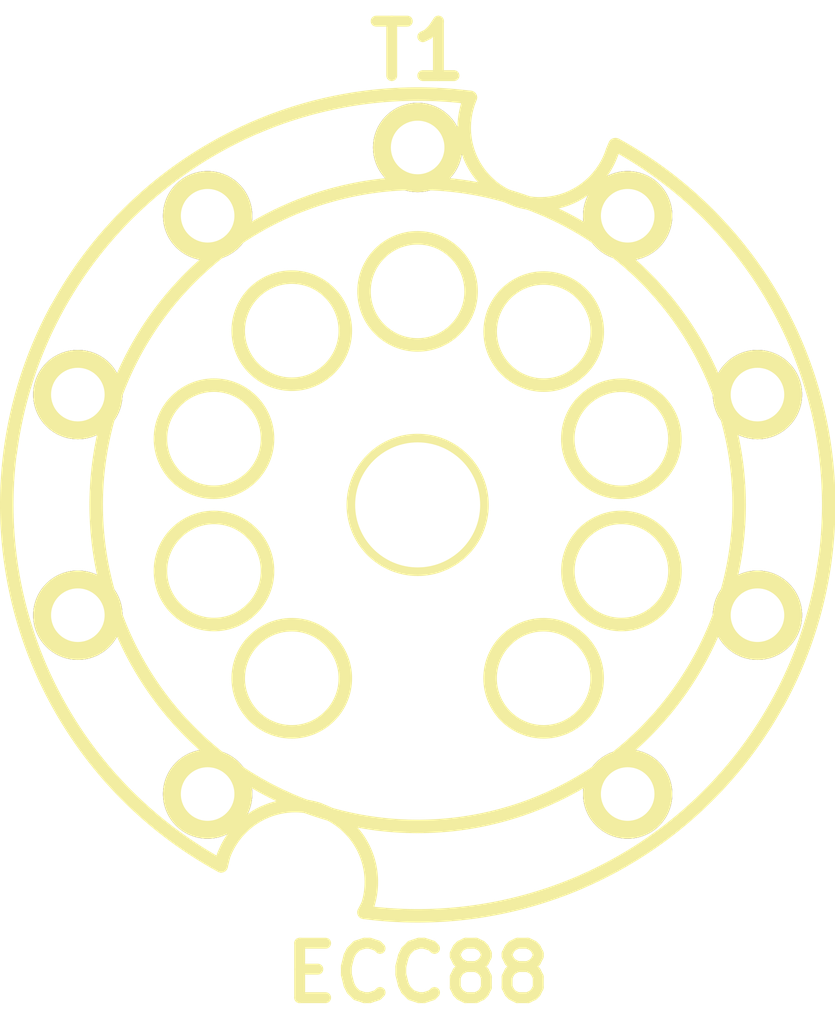
<source format=kicad_pcb>
(kicad_pcb (version 20171130) (host pcbnew "(5.1.9-0-10_14)")

  (general
    (thickness 1.6)
    (drawings 0)
    (tracks 0)
    (zones 0)
    (modules 1)
    (nets 1)
  )

  (page A4)
  (layers
    (0 F.Cu signal)
    (31 B.Cu signal)
    (32 B.Adhes user)
    (33 F.Adhes user)
    (34 B.Paste user)
    (35 F.Paste user)
    (36 B.SilkS user)
    (37 F.SilkS user)
    (38 B.Mask user)
    (39 F.Mask user)
    (40 Dwgs.User user)
    (41 Cmts.User user)
    (42 Eco1.User user)
    (43 Eco2.User user)
    (44 Edge.Cuts user)
    (45 Margin user)
    (46 B.CrtYd user)
    (47 F.CrtYd user)
    (48 B.Fab user)
    (49 F.Fab user)
  )

  (setup
    (last_trace_width 0.25)
    (trace_clearance 0.2)
    (zone_clearance 0.508)
    (zone_45_only no)
    (trace_min 0.2)
    (via_size 0.8)
    (via_drill 0.4)
    (via_min_size 0.4)
    (via_min_drill 0.3)
    (uvia_size 0.3)
    (uvia_drill 0.1)
    (uvias_allowed no)
    (uvia_min_size 0.2)
    (uvia_min_drill 0.1)
    (edge_width 0.05)
    (segment_width 0.2)
    (pcb_text_width 0.3)
    (pcb_text_size 1.5 1.5)
    (mod_edge_width 0.12)
    (mod_text_size 1 1)
    (mod_text_width 0.15)
    (pad_size 1.524 1.524)
    (pad_drill 0.762)
    (pad_to_mask_clearance 0)
    (aux_axis_origin 0 0)
    (visible_elements FFFFFF7F)
    (pcbplotparams
      (layerselection 0x010fc_ffffffff)
      (usegerberextensions false)
      (usegerberattributes true)
      (usegerberadvancedattributes true)
      (creategerberjobfile true)
      (excludeedgelayer true)
      (linewidth 0.100000)
      (plotframeref false)
      (viasonmask false)
      (mode 1)
      (useauxorigin false)
      (hpglpennumber 1)
      (hpglpenspeed 20)
      (hpglpendiameter 15.000000)
      (psnegative false)
      (psa4output false)
      (plotreference true)
      (plotvalue true)
      (plotinvisibletext false)
      (padsonsilk false)
      (subtractmaskfromsilk false)
      (outputformat 1)
      (mirror false)
      (drillshape 1)
      (scaleselection 1)
      (outputdirectory ""))
  )

  (net 0 "")

  (net_class Default "This is the default net class."
    (clearance 0.2)
    (trace_width 0.25)
    (via_dia 0.8)
    (via_drill 0.4)
    (uvia_dia 0.3)
    (uvia_drill 0.1)
    (add_net "Net-(T1-Pad1)")
    (add_net "Net-(T1-Pad2)")
    (add_net "Net-(T1-Pad3)")
    (add_net "Net-(T1-Pad4)")
    (add_net "Net-(T1-Pad5)")
    (add_net "Net-(T1-Pad6)")
    (add_net "Net-(T1-Pad7)")
    (add_net "Net-(T1-Pad8)")
    (add_net "Net-(T1-Pad9)")
  )

  (module w_vacuum:socket_gzc9-b (layer F.Cu) (tedit 0) (tstamp 6005C194)
    (at 148.844 112.2172)
    (descr "GZC9-B 9-pin vacuum tube socket")
    (path /6005DFBD)
    (fp_text reference T1 (at 0 -12.7) (layer F.SilkS)
      (effects (font (size 1.524 1.524) (thickness 0.3048)))
    )
    (fp_text value ECC88 (at 0 13.09878) (layer F.SilkS)
      (effects (font (size 1.524 1.524) (thickness 0.3048)))
    )
    (fp_arc (start 3.42392 -10.55116) (end 2.79908 -8.52424) (angle 90) (layer F.SilkS) (width 0.37846))
    (fp_arc (start 3.42392 -10.55116) (end 5.45084 -9.90092) (angle 90) (layer F.SilkS) (width 0.37846))
    (fp_arc (start -3.42392 10.55116) (end -2.77622 8.52424) (angle 90) (layer F.SilkS) (width 0.37846))
    (fp_arc (start -3.42392 10.55116) (end -5.45084 9.87552) (angle 90) (layer F.SilkS) (width 0.37846))
    (fp_arc (start 0 0) (end -5.4991 10.09904) (angle 90) (layer F.SilkS) (width 0.37846))
    (fp_arc (start 0 0) (end -11.39952 -1.47574) (angle 90) (layer F.SilkS) (width 0.37846))
    (fp_arc (start 0 0) (end 5.5499 -10.07618) (angle 90) (layer F.SilkS) (width 0.37846))
    (fp_arc (start 0 0) (end 11.39952 1.50114) (angle 90) (layer F.SilkS) (width 0.37846))
    (fp_circle (center -5.69976 -1.85166) (end -4.20116 -1.85166) (layer F.SilkS) (width 0.37846))
    (fp_circle (center -3.52298 -4.87426) (end -2.02438 -4.87426) (layer F.SilkS) (width 0.37846))
    (fp_circle (center -0.00254 -5.97408) (end 1.49606 -5.97408) (layer F.SilkS) (width 0.37846))
    (fp_circle (center 3.52806 -4.84886) (end 5.02666 -4.84886) (layer F.SilkS) (width 0.37846))
    (fp_circle (center 5.69976 -1.84912) (end 7.19836 -1.84912) (layer F.SilkS) (width 0.37846))
    (fp_circle (center 5.7023 1.84912) (end 7.2009 1.84912) (layer F.SilkS) (width 0.37846))
    (fp_circle (center 3.52552 4.8514) (end 5.02412 4.8514) (layer F.SilkS) (width 0.37846))
    (fp_circle (center -3.52298 4.8514) (end -2.02438 4.8514) (layer F.SilkS) (width 0.37846))
    (fp_circle (center -5.69976 1.84912) (end -4.20116 1.84912) (layer F.SilkS) (width 0.37846))
    (fp_line (start -5.4991 10.09904) (end -5.42544 9.79932) (layer F.SilkS) (width 0.37846))
    (fp_line (start -1.50114 11.39952) (end -1.39954 11.19886) (layer F.SilkS) (width 0.37846))
    (fp_line (start 5.5245 -10.07618) (end 5.45084 -9.90092) (layer F.SilkS) (width 0.37846))
    (fp_line (start 1.47574 -11.39952) (end 1.39954 -11.19886) (layer F.SilkS) (width 0.37846))
    (fp_circle (center 0 0) (end 1.80086 0) (layer F.SilkS) (width 0.37846))
    (fp_circle (center 0 0) (end 8.99668 0) (layer F.SilkS) (width 0.37846))
    (pad "" np_thru_hole circle (at 0 0) (size 3.49758 3.49758) (drill 3.49758) (layers *.Cu *.Mask F.SilkS))
    (pad 1 thru_hole circle (at 5.87756 8.0899) (size 2.49936 2.49936) (drill 1.4986) (layers *.Cu *.Mask F.SilkS))
    (pad 2 thru_hole circle (at 9.50976 3.0861) (size 2.49936 2.49936) (drill 1.4986) (layers *.Cu *.Mask F.SilkS))
    (pad 3 thru_hole circle (at 9.50976 -3.0861) (size 2.49936 2.49936) (drill 1.4986) (layers *.Cu *.Mask F.SilkS))
    (pad 4 thru_hole circle (at 5.87756 -8.0899) (size 2.49936 2.49936) (drill 1.4986) (layers *.Cu *.Mask F.SilkS))
    (pad 5 thru_hole circle (at 0 -9.99998) (size 2.49936 2.49936) (drill 1.4986) (layers *.Cu *.Mask F.SilkS))
    (pad 6 thru_hole circle (at -5.87756 -8.0899) (size 2.49936 2.49936) (drill 1.4986) (layers *.Cu *.Mask F.SilkS))
    (pad 7 thru_hole circle (at -9.50976 -3.0861) (size 2.49936 2.49936) (drill 1.4986) (layers *.Cu *.Mask F.SilkS))
    (pad 8 thru_hole circle (at -9.50976 3.0861) (size 2.49936 2.49936) (drill 1.4986) (layers *.Cu *.Mask F.SilkS))
    (pad 9 thru_hole circle (at -5.87756 8.0899) (size 2.49936 2.49936) (drill 1.4986) (layers *.Cu *.Mask F.SilkS))
    (model walter/vacuum/socket_gzc9-b.wrl
      (at (xyz 0 0 0))
      (scale (xyz 1 1 1))
      (rotate (xyz 0 0 0))
    )
  )

)

</source>
